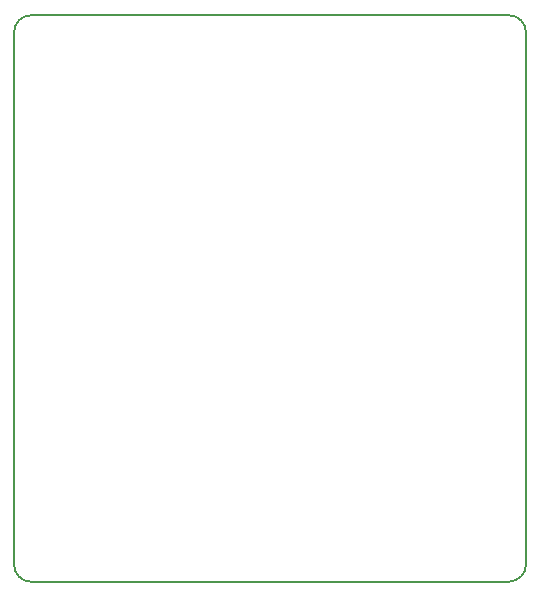
<source format=gbr>
%FSLAX34Y34*%
%MOMM*%
%LNOUTLINE*%
G71*
G01*
%ADD10C,0.200*%
%LPD*%
G54D10*
X14288Y479410D02*
X419085Y479412D01*
G54D10*
G75*
G01X14288Y479410D02*
G03X0Y465122I0J-14288D01*
G01*
G54D10*
G75*
G01X1Y14288D02*
G03X14289Y0I14288J0D01*
G01*
G54D10*
X0Y465122D02*
X1Y14288D01*
G54D10*
X14289Y0D02*
X419086Y0D01*
G54D10*
G75*
G01X419086Y0D02*
G03X433374Y14288I0J14288D01*
G01*
G54D10*
G75*
G01X433373Y465124D02*
G03X419085Y479412I-14288J0D01*
G01*
G54D10*
X433374Y14288D02*
X433373Y465124D01*
M02*

</source>
